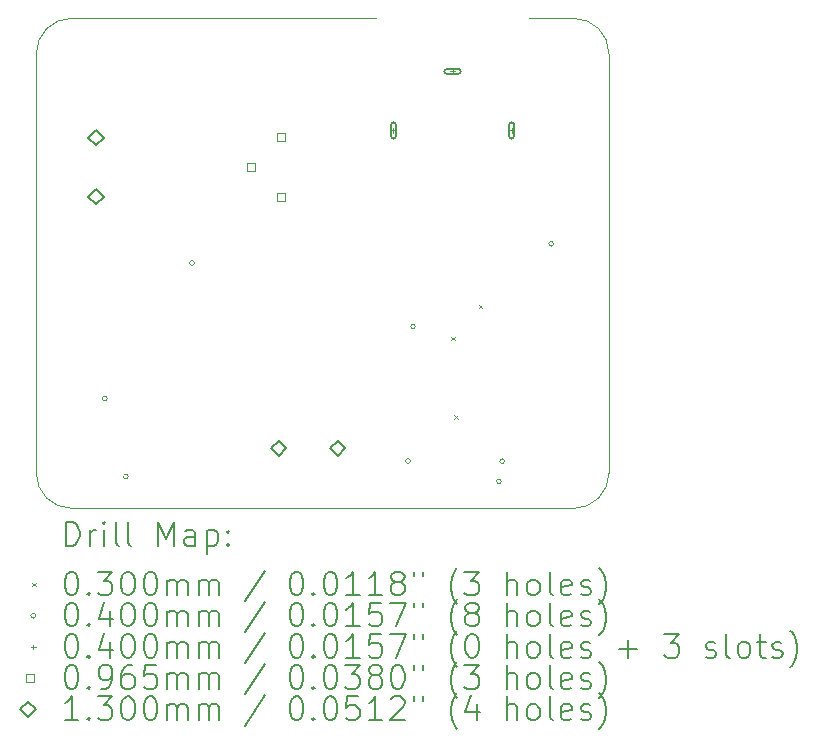
<source format=gbr>
%TF.GenerationSoftware,KiCad,Pcbnew,(6.0.7-1)-1*%
%TF.CreationDate,2022-08-15T15:40:16-06:00*%
%TF.ProjectId,led_modulator,6c65645f-6d6f-4647-956c-61746f722e6b,rev?*%
%TF.SameCoordinates,Original*%
%TF.FileFunction,Drillmap*%
%TF.FilePolarity,Positive*%
%FSLAX45Y45*%
G04 Gerber Fmt 4.5, Leading zero omitted, Abs format (unit mm)*
G04 Created by KiCad (PCBNEW (6.0.7-1)-1) date 2022-08-15 15:40:16*
%MOMM*%
%LPD*%
G01*
G04 APERTURE LIST*
%ADD10C,0.100000*%
%ADD11C,0.200000*%
%ADD12C,0.030000*%
%ADD13C,0.040000*%
%ADD14C,0.096520*%
%ADD15C,0.130000*%
G04 APERTURE END LIST*
D10*
X16050000Y-10900000D02*
G75*
G03*
X15750000Y-10600000I-300000J0D01*
G01*
X11200000Y-14450000D02*
G75*
G03*
X11500000Y-14750000I300000J0D01*
G01*
X11500000Y-10600000D02*
X14075000Y-10600000D01*
X11500000Y-10600000D02*
G75*
G03*
X11200000Y-10900000I0J-300000D01*
G01*
X15750000Y-14750000D02*
G75*
G03*
X16050000Y-14450000I0J300000D01*
G01*
X16050000Y-10900000D02*
X16050000Y-14450000D01*
X11200000Y-14450000D02*
X11200000Y-10900000D01*
X15750000Y-14750000D02*
X11500000Y-14750000D01*
X15375000Y-10600000D02*
X15750000Y-10600000D01*
D11*
D12*
X14714812Y-13295307D02*
X14744812Y-13325307D01*
X14744812Y-13295307D02*
X14714812Y-13325307D01*
X14740000Y-13960000D02*
X14770000Y-13990000D01*
X14770000Y-13960000D02*
X14740000Y-13990000D01*
X14947500Y-13025000D02*
X14977500Y-13055000D01*
X14977500Y-13025000D02*
X14947500Y-13055000D01*
D13*
X11800000Y-13820000D02*
G75*
G03*
X11800000Y-13820000I-20000J0D01*
G01*
X11980000Y-14480000D02*
G75*
G03*
X11980000Y-14480000I-20000J0D01*
G01*
X12540000Y-12672000D02*
G75*
G03*
X12540000Y-12672000I-20000J0D01*
G01*
X14367000Y-14349000D02*
G75*
G03*
X14367000Y-14349000I-20000J0D01*
G01*
X14410000Y-13210000D02*
G75*
G03*
X14410000Y-13210000I-20000J0D01*
G01*
X15137500Y-14520000D02*
G75*
G03*
X15137500Y-14520000I-20000J0D01*
G01*
X15165000Y-14350000D02*
G75*
G03*
X15165000Y-14350000I-20000J0D01*
G01*
X15580000Y-12510000D02*
G75*
G03*
X15580000Y-12510000I-20000J0D01*
G01*
X14225000Y-11530000D02*
X14225000Y-11570000D01*
X14205000Y-11550000D02*
X14245000Y-11550000D01*
D11*
X14205000Y-11500000D02*
X14205000Y-11600000D01*
X14245000Y-11500000D02*
X14245000Y-11600000D01*
X14205000Y-11600000D02*
G75*
G03*
X14245000Y-11600000I20000J0D01*
G01*
X14245000Y-11500000D02*
G75*
G03*
X14205000Y-11500000I-20000J0D01*
G01*
D13*
X14725000Y-11030000D02*
X14725000Y-11070000D01*
X14705000Y-11050000D02*
X14745000Y-11050000D01*
D11*
X14775000Y-11030000D02*
X14675000Y-11030000D01*
X14775000Y-11070000D02*
X14675000Y-11070000D01*
X14675000Y-11030000D02*
G75*
G03*
X14675000Y-11070000I0J-20000D01*
G01*
X14775000Y-11070000D02*
G75*
G03*
X14775000Y-11030000I0J20000D01*
G01*
D13*
X15225000Y-11530000D02*
X15225000Y-11570000D01*
X15205000Y-11550000D02*
X15245000Y-11550000D01*
D11*
X15245000Y-11600000D02*
X15245000Y-11500000D01*
X15205000Y-11600000D02*
X15205000Y-11500000D01*
X15245000Y-11500000D02*
G75*
G03*
X15205000Y-11500000I-20000J0D01*
G01*
X15205000Y-11600000D02*
G75*
G03*
X15245000Y-11600000I20000J0D01*
G01*
D14*
X13055125Y-11895625D02*
X13055125Y-11827375D01*
X12986875Y-11827375D01*
X12986875Y-11895625D01*
X13055125Y-11895625D01*
X13309125Y-11641625D02*
X13309125Y-11573375D01*
X13240875Y-11573375D01*
X13240875Y-11641625D01*
X13309125Y-11641625D01*
X13309125Y-12149625D02*
X13309125Y-12081375D01*
X13240875Y-12081375D01*
X13240875Y-12149625D01*
X13309125Y-12149625D01*
D15*
X11707500Y-11676500D02*
X11772500Y-11611500D01*
X11707500Y-11546500D01*
X11642500Y-11611500D01*
X11707500Y-11676500D01*
X11707500Y-12176500D02*
X11772500Y-12111500D01*
X11707500Y-12046500D01*
X11642500Y-12111500D01*
X11707500Y-12176500D01*
X13253000Y-14307500D02*
X13318000Y-14242500D01*
X13253000Y-14177500D01*
X13188000Y-14242500D01*
X13253000Y-14307500D01*
X13753000Y-14307500D02*
X13818000Y-14242500D01*
X13753000Y-14177500D01*
X13688000Y-14242500D01*
X13753000Y-14307500D01*
D11*
X11452619Y-15065476D02*
X11452619Y-14865476D01*
X11500238Y-14865476D01*
X11528809Y-14875000D01*
X11547857Y-14894048D01*
X11557381Y-14913095D01*
X11566905Y-14951190D01*
X11566905Y-14979762D01*
X11557381Y-15017857D01*
X11547857Y-15036905D01*
X11528809Y-15055952D01*
X11500238Y-15065476D01*
X11452619Y-15065476D01*
X11652619Y-15065476D02*
X11652619Y-14932143D01*
X11652619Y-14970238D02*
X11662143Y-14951190D01*
X11671667Y-14941667D01*
X11690714Y-14932143D01*
X11709762Y-14932143D01*
X11776428Y-15065476D02*
X11776428Y-14932143D01*
X11776428Y-14865476D02*
X11766905Y-14875000D01*
X11776428Y-14884524D01*
X11785952Y-14875000D01*
X11776428Y-14865476D01*
X11776428Y-14884524D01*
X11900238Y-15065476D02*
X11881190Y-15055952D01*
X11871667Y-15036905D01*
X11871667Y-14865476D01*
X12005000Y-15065476D02*
X11985952Y-15055952D01*
X11976428Y-15036905D01*
X11976428Y-14865476D01*
X12233571Y-15065476D02*
X12233571Y-14865476D01*
X12300238Y-15008333D01*
X12366905Y-14865476D01*
X12366905Y-15065476D01*
X12547857Y-15065476D02*
X12547857Y-14960714D01*
X12538333Y-14941667D01*
X12519286Y-14932143D01*
X12481190Y-14932143D01*
X12462143Y-14941667D01*
X12547857Y-15055952D02*
X12528809Y-15065476D01*
X12481190Y-15065476D01*
X12462143Y-15055952D01*
X12452619Y-15036905D01*
X12452619Y-15017857D01*
X12462143Y-14998809D01*
X12481190Y-14989286D01*
X12528809Y-14989286D01*
X12547857Y-14979762D01*
X12643095Y-14932143D02*
X12643095Y-15132143D01*
X12643095Y-14941667D02*
X12662143Y-14932143D01*
X12700238Y-14932143D01*
X12719286Y-14941667D01*
X12728809Y-14951190D01*
X12738333Y-14970238D01*
X12738333Y-15027381D01*
X12728809Y-15046428D01*
X12719286Y-15055952D01*
X12700238Y-15065476D01*
X12662143Y-15065476D01*
X12643095Y-15055952D01*
X12824048Y-15046428D02*
X12833571Y-15055952D01*
X12824048Y-15065476D01*
X12814524Y-15055952D01*
X12824048Y-15046428D01*
X12824048Y-15065476D01*
X12824048Y-14941667D02*
X12833571Y-14951190D01*
X12824048Y-14960714D01*
X12814524Y-14951190D01*
X12824048Y-14941667D01*
X12824048Y-14960714D01*
D12*
X11165000Y-15380000D02*
X11195000Y-15410000D01*
X11195000Y-15380000D02*
X11165000Y-15410000D01*
D11*
X11490714Y-15285476D02*
X11509762Y-15285476D01*
X11528809Y-15295000D01*
X11538333Y-15304524D01*
X11547857Y-15323571D01*
X11557381Y-15361667D01*
X11557381Y-15409286D01*
X11547857Y-15447381D01*
X11538333Y-15466428D01*
X11528809Y-15475952D01*
X11509762Y-15485476D01*
X11490714Y-15485476D01*
X11471667Y-15475952D01*
X11462143Y-15466428D01*
X11452619Y-15447381D01*
X11443095Y-15409286D01*
X11443095Y-15361667D01*
X11452619Y-15323571D01*
X11462143Y-15304524D01*
X11471667Y-15295000D01*
X11490714Y-15285476D01*
X11643095Y-15466428D02*
X11652619Y-15475952D01*
X11643095Y-15485476D01*
X11633571Y-15475952D01*
X11643095Y-15466428D01*
X11643095Y-15485476D01*
X11719286Y-15285476D02*
X11843095Y-15285476D01*
X11776428Y-15361667D01*
X11805000Y-15361667D01*
X11824048Y-15371190D01*
X11833571Y-15380714D01*
X11843095Y-15399762D01*
X11843095Y-15447381D01*
X11833571Y-15466428D01*
X11824048Y-15475952D01*
X11805000Y-15485476D01*
X11747857Y-15485476D01*
X11728809Y-15475952D01*
X11719286Y-15466428D01*
X11966905Y-15285476D02*
X11985952Y-15285476D01*
X12005000Y-15295000D01*
X12014524Y-15304524D01*
X12024048Y-15323571D01*
X12033571Y-15361667D01*
X12033571Y-15409286D01*
X12024048Y-15447381D01*
X12014524Y-15466428D01*
X12005000Y-15475952D01*
X11985952Y-15485476D01*
X11966905Y-15485476D01*
X11947857Y-15475952D01*
X11938333Y-15466428D01*
X11928809Y-15447381D01*
X11919286Y-15409286D01*
X11919286Y-15361667D01*
X11928809Y-15323571D01*
X11938333Y-15304524D01*
X11947857Y-15295000D01*
X11966905Y-15285476D01*
X12157381Y-15285476D02*
X12176428Y-15285476D01*
X12195476Y-15295000D01*
X12205000Y-15304524D01*
X12214524Y-15323571D01*
X12224048Y-15361667D01*
X12224048Y-15409286D01*
X12214524Y-15447381D01*
X12205000Y-15466428D01*
X12195476Y-15475952D01*
X12176428Y-15485476D01*
X12157381Y-15485476D01*
X12138333Y-15475952D01*
X12128809Y-15466428D01*
X12119286Y-15447381D01*
X12109762Y-15409286D01*
X12109762Y-15361667D01*
X12119286Y-15323571D01*
X12128809Y-15304524D01*
X12138333Y-15295000D01*
X12157381Y-15285476D01*
X12309762Y-15485476D02*
X12309762Y-15352143D01*
X12309762Y-15371190D02*
X12319286Y-15361667D01*
X12338333Y-15352143D01*
X12366905Y-15352143D01*
X12385952Y-15361667D01*
X12395476Y-15380714D01*
X12395476Y-15485476D01*
X12395476Y-15380714D02*
X12405000Y-15361667D01*
X12424048Y-15352143D01*
X12452619Y-15352143D01*
X12471667Y-15361667D01*
X12481190Y-15380714D01*
X12481190Y-15485476D01*
X12576428Y-15485476D02*
X12576428Y-15352143D01*
X12576428Y-15371190D02*
X12585952Y-15361667D01*
X12605000Y-15352143D01*
X12633571Y-15352143D01*
X12652619Y-15361667D01*
X12662143Y-15380714D01*
X12662143Y-15485476D01*
X12662143Y-15380714D02*
X12671667Y-15361667D01*
X12690714Y-15352143D01*
X12719286Y-15352143D01*
X12738333Y-15361667D01*
X12747857Y-15380714D01*
X12747857Y-15485476D01*
X13138333Y-15275952D02*
X12966905Y-15533095D01*
X13395476Y-15285476D02*
X13414524Y-15285476D01*
X13433571Y-15295000D01*
X13443095Y-15304524D01*
X13452619Y-15323571D01*
X13462143Y-15361667D01*
X13462143Y-15409286D01*
X13452619Y-15447381D01*
X13443095Y-15466428D01*
X13433571Y-15475952D01*
X13414524Y-15485476D01*
X13395476Y-15485476D01*
X13376428Y-15475952D01*
X13366905Y-15466428D01*
X13357381Y-15447381D01*
X13347857Y-15409286D01*
X13347857Y-15361667D01*
X13357381Y-15323571D01*
X13366905Y-15304524D01*
X13376428Y-15295000D01*
X13395476Y-15285476D01*
X13547857Y-15466428D02*
X13557381Y-15475952D01*
X13547857Y-15485476D01*
X13538333Y-15475952D01*
X13547857Y-15466428D01*
X13547857Y-15485476D01*
X13681190Y-15285476D02*
X13700238Y-15285476D01*
X13719286Y-15295000D01*
X13728809Y-15304524D01*
X13738333Y-15323571D01*
X13747857Y-15361667D01*
X13747857Y-15409286D01*
X13738333Y-15447381D01*
X13728809Y-15466428D01*
X13719286Y-15475952D01*
X13700238Y-15485476D01*
X13681190Y-15485476D01*
X13662143Y-15475952D01*
X13652619Y-15466428D01*
X13643095Y-15447381D01*
X13633571Y-15409286D01*
X13633571Y-15361667D01*
X13643095Y-15323571D01*
X13652619Y-15304524D01*
X13662143Y-15295000D01*
X13681190Y-15285476D01*
X13938333Y-15485476D02*
X13824048Y-15485476D01*
X13881190Y-15485476D02*
X13881190Y-15285476D01*
X13862143Y-15314048D01*
X13843095Y-15333095D01*
X13824048Y-15342619D01*
X14128809Y-15485476D02*
X14014524Y-15485476D01*
X14071667Y-15485476D02*
X14071667Y-15285476D01*
X14052619Y-15314048D01*
X14033571Y-15333095D01*
X14014524Y-15342619D01*
X14243095Y-15371190D02*
X14224048Y-15361667D01*
X14214524Y-15352143D01*
X14205000Y-15333095D01*
X14205000Y-15323571D01*
X14214524Y-15304524D01*
X14224048Y-15295000D01*
X14243095Y-15285476D01*
X14281190Y-15285476D01*
X14300238Y-15295000D01*
X14309762Y-15304524D01*
X14319286Y-15323571D01*
X14319286Y-15333095D01*
X14309762Y-15352143D01*
X14300238Y-15361667D01*
X14281190Y-15371190D01*
X14243095Y-15371190D01*
X14224048Y-15380714D01*
X14214524Y-15390238D01*
X14205000Y-15409286D01*
X14205000Y-15447381D01*
X14214524Y-15466428D01*
X14224048Y-15475952D01*
X14243095Y-15485476D01*
X14281190Y-15485476D01*
X14300238Y-15475952D01*
X14309762Y-15466428D01*
X14319286Y-15447381D01*
X14319286Y-15409286D01*
X14309762Y-15390238D01*
X14300238Y-15380714D01*
X14281190Y-15371190D01*
X14395476Y-15285476D02*
X14395476Y-15323571D01*
X14471667Y-15285476D02*
X14471667Y-15323571D01*
X14766905Y-15561667D02*
X14757381Y-15552143D01*
X14738333Y-15523571D01*
X14728809Y-15504524D01*
X14719286Y-15475952D01*
X14709762Y-15428333D01*
X14709762Y-15390238D01*
X14719286Y-15342619D01*
X14728809Y-15314048D01*
X14738333Y-15295000D01*
X14757381Y-15266428D01*
X14766905Y-15256905D01*
X14824048Y-15285476D02*
X14947857Y-15285476D01*
X14881190Y-15361667D01*
X14909762Y-15361667D01*
X14928809Y-15371190D01*
X14938333Y-15380714D01*
X14947857Y-15399762D01*
X14947857Y-15447381D01*
X14938333Y-15466428D01*
X14928809Y-15475952D01*
X14909762Y-15485476D01*
X14852619Y-15485476D01*
X14833571Y-15475952D01*
X14824048Y-15466428D01*
X15185952Y-15485476D02*
X15185952Y-15285476D01*
X15271667Y-15485476D02*
X15271667Y-15380714D01*
X15262143Y-15361667D01*
X15243095Y-15352143D01*
X15214524Y-15352143D01*
X15195476Y-15361667D01*
X15185952Y-15371190D01*
X15395476Y-15485476D02*
X15376428Y-15475952D01*
X15366905Y-15466428D01*
X15357381Y-15447381D01*
X15357381Y-15390238D01*
X15366905Y-15371190D01*
X15376428Y-15361667D01*
X15395476Y-15352143D01*
X15424048Y-15352143D01*
X15443095Y-15361667D01*
X15452619Y-15371190D01*
X15462143Y-15390238D01*
X15462143Y-15447381D01*
X15452619Y-15466428D01*
X15443095Y-15475952D01*
X15424048Y-15485476D01*
X15395476Y-15485476D01*
X15576428Y-15485476D02*
X15557381Y-15475952D01*
X15547857Y-15456905D01*
X15547857Y-15285476D01*
X15728809Y-15475952D02*
X15709762Y-15485476D01*
X15671667Y-15485476D01*
X15652619Y-15475952D01*
X15643095Y-15456905D01*
X15643095Y-15380714D01*
X15652619Y-15361667D01*
X15671667Y-15352143D01*
X15709762Y-15352143D01*
X15728809Y-15361667D01*
X15738333Y-15380714D01*
X15738333Y-15399762D01*
X15643095Y-15418809D01*
X15814524Y-15475952D02*
X15833571Y-15485476D01*
X15871667Y-15485476D01*
X15890714Y-15475952D01*
X15900238Y-15456905D01*
X15900238Y-15447381D01*
X15890714Y-15428333D01*
X15871667Y-15418809D01*
X15843095Y-15418809D01*
X15824048Y-15409286D01*
X15814524Y-15390238D01*
X15814524Y-15380714D01*
X15824048Y-15361667D01*
X15843095Y-15352143D01*
X15871667Y-15352143D01*
X15890714Y-15361667D01*
X15966905Y-15561667D02*
X15976428Y-15552143D01*
X15995476Y-15523571D01*
X16005000Y-15504524D01*
X16014524Y-15475952D01*
X16024048Y-15428333D01*
X16024048Y-15390238D01*
X16014524Y-15342619D01*
X16005000Y-15314048D01*
X15995476Y-15295000D01*
X15976428Y-15266428D01*
X15966905Y-15256905D01*
D13*
X11195000Y-15659000D02*
G75*
G03*
X11195000Y-15659000I-20000J0D01*
G01*
D11*
X11490714Y-15549476D02*
X11509762Y-15549476D01*
X11528809Y-15559000D01*
X11538333Y-15568524D01*
X11547857Y-15587571D01*
X11557381Y-15625667D01*
X11557381Y-15673286D01*
X11547857Y-15711381D01*
X11538333Y-15730428D01*
X11528809Y-15739952D01*
X11509762Y-15749476D01*
X11490714Y-15749476D01*
X11471667Y-15739952D01*
X11462143Y-15730428D01*
X11452619Y-15711381D01*
X11443095Y-15673286D01*
X11443095Y-15625667D01*
X11452619Y-15587571D01*
X11462143Y-15568524D01*
X11471667Y-15559000D01*
X11490714Y-15549476D01*
X11643095Y-15730428D02*
X11652619Y-15739952D01*
X11643095Y-15749476D01*
X11633571Y-15739952D01*
X11643095Y-15730428D01*
X11643095Y-15749476D01*
X11824048Y-15616143D02*
X11824048Y-15749476D01*
X11776428Y-15539952D02*
X11728809Y-15682809D01*
X11852619Y-15682809D01*
X11966905Y-15549476D02*
X11985952Y-15549476D01*
X12005000Y-15559000D01*
X12014524Y-15568524D01*
X12024048Y-15587571D01*
X12033571Y-15625667D01*
X12033571Y-15673286D01*
X12024048Y-15711381D01*
X12014524Y-15730428D01*
X12005000Y-15739952D01*
X11985952Y-15749476D01*
X11966905Y-15749476D01*
X11947857Y-15739952D01*
X11938333Y-15730428D01*
X11928809Y-15711381D01*
X11919286Y-15673286D01*
X11919286Y-15625667D01*
X11928809Y-15587571D01*
X11938333Y-15568524D01*
X11947857Y-15559000D01*
X11966905Y-15549476D01*
X12157381Y-15549476D02*
X12176428Y-15549476D01*
X12195476Y-15559000D01*
X12205000Y-15568524D01*
X12214524Y-15587571D01*
X12224048Y-15625667D01*
X12224048Y-15673286D01*
X12214524Y-15711381D01*
X12205000Y-15730428D01*
X12195476Y-15739952D01*
X12176428Y-15749476D01*
X12157381Y-15749476D01*
X12138333Y-15739952D01*
X12128809Y-15730428D01*
X12119286Y-15711381D01*
X12109762Y-15673286D01*
X12109762Y-15625667D01*
X12119286Y-15587571D01*
X12128809Y-15568524D01*
X12138333Y-15559000D01*
X12157381Y-15549476D01*
X12309762Y-15749476D02*
X12309762Y-15616143D01*
X12309762Y-15635190D02*
X12319286Y-15625667D01*
X12338333Y-15616143D01*
X12366905Y-15616143D01*
X12385952Y-15625667D01*
X12395476Y-15644714D01*
X12395476Y-15749476D01*
X12395476Y-15644714D02*
X12405000Y-15625667D01*
X12424048Y-15616143D01*
X12452619Y-15616143D01*
X12471667Y-15625667D01*
X12481190Y-15644714D01*
X12481190Y-15749476D01*
X12576428Y-15749476D02*
X12576428Y-15616143D01*
X12576428Y-15635190D02*
X12585952Y-15625667D01*
X12605000Y-15616143D01*
X12633571Y-15616143D01*
X12652619Y-15625667D01*
X12662143Y-15644714D01*
X12662143Y-15749476D01*
X12662143Y-15644714D02*
X12671667Y-15625667D01*
X12690714Y-15616143D01*
X12719286Y-15616143D01*
X12738333Y-15625667D01*
X12747857Y-15644714D01*
X12747857Y-15749476D01*
X13138333Y-15539952D02*
X12966905Y-15797095D01*
X13395476Y-15549476D02*
X13414524Y-15549476D01*
X13433571Y-15559000D01*
X13443095Y-15568524D01*
X13452619Y-15587571D01*
X13462143Y-15625667D01*
X13462143Y-15673286D01*
X13452619Y-15711381D01*
X13443095Y-15730428D01*
X13433571Y-15739952D01*
X13414524Y-15749476D01*
X13395476Y-15749476D01*
X13376428Y-15739952D01*
X13366905Y-15730428D01*
X13357381Y-15711381D01*
X13347857Y-15673286D01*
X13347857Y-15625667D01*
X13357381Y-15587571D01*
X13366905Y-15568524D01*
X13376428Y-15559000D01*
X13395476Y-15549476D01*
X13547857Y-15730428D02*
X13557381Y-15739952D01*
X13547857Y-15749476D01*
X13538333Y-15739952D01*
X13547857Y-15730428D01*
X13547857Y-15749476D01*
X13681190Y-15549476D02*
X13700238Y-15549476D01*
X13719286Y-15559000D01*
X13728809Y-15568524D01*
X13738333Y-15587571D01*
X13747857Y-15625667D01*
X13747857Y-15673286D01*
X13738333Y-15711381D01*
X13728809Y-15730428D01*
X13719286Y-15739952D01*
X13700238Y-15749476D01*
X13681190Y-15749476D01*
X13662143Y-15739952D01*
X13652619Y-15730428D01*
X13643095Y-15711381D01*
X13633571Y-15673286D01*
X13633571Y-15625667D01*
X13643095Y-15587571D01*
X13652619Y-15568524D01*
X13662143Y-15559000D01*
X13681190Y-15549476D01*
X13938333Y-15749476D02*
X13824048Y-15749476D01*
X13881190Y-15749476D02*
X13881190Y-15549476D01*
X13862143Y-15578048D01*
X13843095Y-15597095D01*
X13824048Y-15606619D01*
X14119286Y-15549476D02*
X14024048Y-15549476D01*
X14014524Y-15644714D01*
X14024048Y-15635190D01*
X14043095Y-15625667D01*
X14090714Y-15625667D01*
X14109762Y-15635190D01*
X14119286Y-15644714D01*
X14128809Y-15663762D01*
X14128809Y-15711381D01*
X14119286Y-15730428D01*
X14109762Y-15739952D01*
X14090714Y-15749476D01*
X14043095Y-15749476D01*
X14024048Y-15739952D01*
X14014524Y-15730428D01*
X14195476Y-15549476D02*
X14328809Y-15549476D01*
X14243095Y-15749476D01*
X14395476Y-15549476D02*
X14395476Y-15587571D01*
X14471667Y-15549476D02*
X14471667Y-15587571D01*
X14766905Y-15825667D02*
X14757381Y-15816143D01*
X14738333Y-15787571D01*
X14728809Y-15768524D01*
X14719286Y-15739952D01*
X14709762Y-15692333D01*
X14709762Y-15654238D01*
X14719286Y-15606619D01*
X14728809Y-15578048D01*
X14738333Y-15559000D01*
X14757381Y-15530428D01*
X14766905Y-15520905D01*
X14871667Y-15635190D02*
X14852619Y-15625667D01*
X14843095Y-15616143D01*
X14833571Y-15597095D01*
X14833571Y-15587571D01*
X14843095Y-15568524D01*
X14852619Y-15559000D01*
X14871667Y-15549476D01*
X14909762Y-15549476D01*
X14928809Y-15559000D01*
X14938333Y-15568524D01*
X14947857Y-15587571D01*
X14947857Y-15597095D01*
X14938333Y-15616143D01*
X14928809Y-15625667D01*
X14909762Y-15635190D01*
X14871667Y-15635190D01*
X14852619Y-15644714D01*
X14843095Y-15654238D01*
X14833571Y-15673286D01*
X14833571Y-15711381D01*
X14843095Y-15730428D01*
X14852619Y-15739952D01*
X14871667Y-15749476D01*
X14909762Y-15749476D01*
X14928809Y-15739952D01*
X14938333Y-15730428D01*
X14947857Y-15711381D01*
X14947857Y-15673286D01*
X14938333Y-15654238D01*
X14928809Y-15644714D01*
X14909762Y-15635190D01*
X15185952Y-15749476D02*
X15185952Y-15549476D01*
X15271667Y-15749476D02*
X15271667Y-15644714D01*
X15262143Y-15625667D01*
X15243095Y-15616143D01*
X15214524Y-15616143D01*
X15195476Y-15625667D01*
X15185952Y-15635190D01*
X15395476Y-15749476D02*
X15376428Y-15739952D01*
X15366905Y-15730428D01*
X15357381Y-15711381D01*
X15357381Y-15654238D01*
X15366905Y-15635190D01*
X15376428Y-15625667D01*
X15395476Y-15616143D01*
X15424048Y-15616143D01*
X15443095Y-15625667D01*
X15452619Y-15635190D01*
X15462143Y-15654238D01*
X15462143Y-15711381D01*
X15452619Y-15730428D01*
X15443095Y-15739952D01*
X15424048Y-15749476D01*
X15395476Y-15749476D01*
X15576428Y-15749476D02*
X15557381Y-15739952D01*
X15547857Y-15720905D01*
X15547857Y-15549476D01*
X15728809Y-15739952D02*
X15709762Y-15749476D01*
X15671667Y-15749476D01*
X15652619Y-15739952D01*
X15643095Y-15720905D01*
X15643095Y-15644714D01*
X15652619Y-15625667D01*
X15671667Y-15616143D01*
X15709762Y-15616143D01*
X15728809Y-15625667D01*
X15738333Y-15644714D01*
X15738333Y-15663762D01*
X15643095Y-15682809D01*
X15814524Y-15739952D02*
X15833571Y-15749476D01*
X15871667Y-15749476D01*
X15890714Y-15739952D01*
X15900238Y-15720905D01*
X15900238Y-15711381D01*
X15890714Y-15692333D01*
X15871667Y-15682809D01*
X15843095Y-15682809D01*
X15824048Y-15673286D01*
X15814524Y-15654238D01*
X15814524Y-15644714D01*
X15824048Y-15625667D01*
X15843095Y-15616143D01*
X15871667Y-15616143D01*
X15890714Y-15625667D01*
X15966905Y-15825667D02*
X15976428Y-15816143D01*
X15995476Y-15787571D01*
X16005000Y-15768524D01*
X16014524Y-15739952D01*
X16024048Y-15692333D01*
X16024048Y-15654238D01*
X16014524Y-15606619D01*
X16005000Y-15578048D01*
X15995476Y-15559000D01*
X15976428Y-15530428D01*
X15966905Y-15520905D01*
D13*
X11175000Y-15903000D02*
X11175000Y-15943000D01*
X11155000Y-15923000D02*
X11195000Y-15923000D01*
D11*
X11490714Y-15813476D02*
X11509762Y-15813476D01*
X11528809Y-15823000D01*
X11538333Y-15832524D01*
X11547857Y-15851571D01*
X11557381Y-15889667D01*
X11557381Y-15937286D01*
X11547857Y-15975381D01*
X11538333Y-15994428D01*
X11528809Y-16003952D01*
X11509762Y-16013476D01*
X11490714Y-16013476D01*
X11471667Y-16003952D01*
X11462143Y-15994428D01*
X11452619Y-15975381D01*
X11443095Y-15937286D01*
X11443095Y-15889667D01*
X11452619Y-15851571D01*
X11462143Y-15832524D01*
X11471667Y-15823000D01*
X11490714Y-15813476D01*
X11643095Y-15994428D02*
X11652619Y-16003952D01*
X11643095Y-16013476D01*
X11633571Y-16003952D01*
X11643095Y-15994428D01*
X11643095Y-16013476D01*
X11824048Y-15880143D02*
X11824048Y-16013476D01*
X11776428Y-15803952D02*
X11728809Y-15946809D01*
X11852619Y-15946809D01*
X11966905Y-15813476D02*
X11985952Y-15813476D01*
X12005000Y-15823000D01*
X12014524Y-15832524D01*
X12024048Y-15851571D01*
X12033571Y-15889667D01*
X12033571Y-15937286D01*
X12024048Y-15975381D01*
X12014524Y-15994428D01*
X12005000Y-16003952D01*
X11985952Y-16013476D01*
X11966905Y-16013476D01*
X11947857Y-16003952D01*
X11938333Y-15994428D01*
X11928809Y-15975381D01*
X11919286Y-15937286D01*
X11919286Y-15889667D01*
X11928809Y-15851571D01*
X11938333Y-15832524D01*
X11947857Y-15823000D01*
X11966905Y-15813476D01*
X12157381Y-15813476D02*
X12176428Y-15813476D01*
X12195476Y-15823000D01*
X12205000Y-15832524D01*
X12214524Y-15851571D01*
X12224048Y-15889667D01*
X12224048Y-15937286D01*
X12214524Y-15975381D01*
X12205000Y-15994428D01*
X12195476Y-16003952D01*
X12176428Y-16013476D01*
X12157381Y-16013476D01*
X12138333Y-16003952D01*
X12128809Y-15994428D01*
X12119286Y-15975381D01*
X12109762Y-15937286D01*
X12109762Y-15889667D01*
X12119286Y-15851571D01*
X12128809Y-15832524D01*
X12138333Y-15823000D01*
X12157381Y-15813476D01*
X12309762Y-16013476D02*
X12309762Y-15880143D01*
X12309762Y-15899190D02*
X12319286Y-15889667D01*
X12338333Y-15880143D01*
X12366905Y-15880143D01*
X12385952Y-15889667D01*
X12395476Y-15908714D01*
X12395476Y-16013476D01*
X12395476Y-15908714D02*
X12405000Y-15889667D01*
X12424048Y-15880143D01*
X12452619Y-15880143D01*
X12471667Y-15889667D01*
X12481190Y-15908714D01*
X12481190Y-16013476D01*
X12576428Y-16013476D02*
X12576428Y-15880143D01*
X12576428Y-15899190D02*
X12585952Y-15889667D01*
X12605000Y-15880143D01*
X12633571Y-15880143D01*
X12652619Y-15889667D01*
X12662143Y-15908714D01*
X12662143Y-16013476D01*
X12662143Y-15908714D02*
X12671667Y-15889667D01*
X12690714Y-15880143D01*
X12719286Y-15880143D01*
X12738333Y-15889667D01*
X12747857Y-15908714D01*
X12747857Y-16013476D01*
X13138333Y-15803952D02*
X12966905Y-16061095D01*
X13395476Y-15813476D02*
X13414524Y-15813476D01*
X13433571Y-15823000D01*
X13443095Y-15832524D01*
X13452619Y-15851571D01*
X13462143Y-15889667D01*
X13462143Y-15937286D01*
X13452619Y-15975381D01*
X13443095Y-15994428D01*
X13433571Y-16003952D01*
X13414524Y-16013476D01*
X13395476Y-16013476D01*
X13376428Y-16003952D01*
X13366905Y-15994428D01*
X13357381Y-15975381D01*
X13347857Y-15937286D01*
X13347857Y-15889667D01*
X13357381Y-15851571D01*
X13366905Y-15832524D01*
X13376428Y-15823000D01*
X13395476Y-15813476D01*
X13547857Y-15994428D02*
X13557381Y-16003952D01*
X13547857Y-16013476D01*
X13538333Y-16003952D01*
X13547857Y-15994428D01*
X13547857Y-16013476D01*
X13681190Y-15813476D02*
X13700238Y-15813476D01*
X13719286Y-15823000D01*
X13728809Y-15832524D01*
X13738333Y-15851571D01*
X13747857Y-15889667D01*
X13747857Y-15937286D01*
X13738333Y-15975381D01*
X13728809Y-15994428D01*
X13719286Y-16003952D01*
X13700238Y-16013476D01*
X13681190Y-16013476D01*
X13662143Y-16003952D01*
X13652619Y-15994428D01*
X13643095Y-15975381D01*
X13633571Y-15937286D01*
X13633571Y-15889667D01*
X13643095Y-15851571D01*
X13652619Y-15832524D01*
X13662143Y-15823000D01*
X13681190Y-15813476D01*
X13938333Y-16013476D02*
X13824048Y-16013476D01*
X13881190Y-16013476D02*
X13881190Y-15813476D01*
X13862143Y-15842048D01*
X13843095Y-15861095D01*
X13824048Y-15870619D01*
X14119286Y-15813476D02*
X14024048Y-15813476D01*
X14014524Y-15908714D01*
X14024048Y-15899190D01*
X14043095Y-15889667D01*
X14090714Y-15889667D01*
X14109762Y-15899190D01*
X14119286Y-15908714D01*
X14128809Y-15927762D01*
X14128809Y-15975381D01*
X14119286Y-15994428D01*
X14109762Y-16003952D01*
X14090714Y-16013476D01*
X14043095Y-16013476D01*
X14024048Y-16003952D01*
X14014524Y-15994428D01*
X14195476Y-15813476D02*
X14328809Y-15813476D01*
X14243095Y-16013476D01*
X14395476Y-15813476D02*
X14395476Y-15851571D01*
X14471667Y-15813476D02*
X14471667Y-15851571D01*
X14766905Y-16089667D02*
X14757381Y-16080143D01*
X14738333Y-16051571D01*
X14728809Y-16032524D01*
X14719286Y-16003952D01*
X14709762Y-15956333D01*
X14709762Y-15918238D01*
X14719286Y-15870619D01*
X14728809Y-15842048D01*
X14738333Y-15823000D01*
X14757381Y-15794428D01*
X14766905Y-15784905D01*
X14881190Y-15813476D02*
X14900238Y-15813476D01*
X14919286Y-15823000D01*
X14928809Y-15832524D01*
X14938333Y-15851571D01*
X14947857Y-15889667D01*
X14947857Y-15937286D01*
X14938333Y-15975381D01*
X14928809Y-15994428D01*
X14919286Y-16003952D01*
X14900238Y-16013476D01*
X14881190Y-16013476D01*
X14862143Y-16003952D01*
X14852619Y-15994428D01*
X14843095Y-15975381D01*
X14833571Y-15937286D01*
X14833571Y-15889667D01*
X14843095Y-15851571D01*
X14852619Y-15832524D01*
X14862143Y-15823000D01*
X14881190Y-15813476D01*
X15185952Y-16013476D02*
X15185952Y-15813476D01*
X15271667Y-16013476D02*
X15271667Y-15908714D01*
X15262143Y-15889667D01*
X15243095Y-15880143D01*
X15214524Y-15880143D01*
X15195476Y-15889667D01*
X15185952Y-15899190D01*
X15395476Y-16013476D02*
X15376428Y-16003952D01*
X15366905Y-15994428D01*
X15357381Y-15975381D01*
X15357381Y-15918238D01*
X15366905Y-15899190D01*
X15376428Y-15889667D01*
X15395476Y-15880143D01*
X15424048Y-15880143D01*
X15443095Y-15889667D01*
X15452619Y-15899190D01*
X15462143Y-15918238D01*
X15462143Y-15975381D01*
X15452619Y-15994428D01*
X15443095Y-16003952D01*
X15424048Y-16013476D01*
X15395476Y-16013476D01*
X15576428Y-16013476D02*
X15557381Y-16003952D01*
X15547857Y-15984905D01*
X15547857Y-15813476D01*
X15728809Y-16003952D02*
X15709762Y-16013476D01*
X15671667Y-16013476D01*
X15652619Y-16003952D01*
X15643095Y-15984905D01*
X15643095Y-15908714D01*
X15652619Y-15889667D01*
X15671667Y-15880143D01*
X15709762Y-15880143D01*
X15728809Y-15889667D01*
X15738333Y-15908714D01*
X15738333Y-15927762D01*
X15643095Y-15946809D01*
X15814524Y-16003952D02*
X15833571Y-16013476D01*
X15871667Y-16013476D01*
X15890714Y-16003952D01*
X15900238Y-15984905D01*
X15900238Y-15975381D01*
X15890714Y-15956333D01*
X15871667Y-15946809D01*
X15843095Y-15946809D01*
X15824048Y-15937286D01*
X15814524Y-15918238D01*
X15814524Y-15908714D01*
X15824048Y-15889667D01*
X15843095Y-15880143D01*
X15871667Y-15880143D01*
X15890714Y-15889667D01*
X16138333Y-15937286D02*
X16290714Y-15937286D01*
X16214524Y-16013476D02*
X16214524Y-15861095D01*
X16519286Y-15813476D02*
X16643095Y-15813476D01*
X16576428Y-15889667D01*
X16605000Y-15889667D01*
X16624048Y-15899190D01*
X16633571Y-15908714D01*
X16643095Y-15927762D01*
X16643095Y-15975381D01*
X16633571Y-15994428D01*
X16624048Y-16003952D01*
X16605000Y-16013476D01*
X16547857Y-16013476D01*
X16528809Y-16003952D01*
X16519286Y-15994428D01*
X16871667Y-16003952D02*
X16890714Y-16013476D01*
X16928810Y-16013476D01*
X16947857Y-16003952D01*
X16957381Y-15984905D01*
X16957381Y-15975381D01*
X16947857Y-15956333D01*
X16928810Y-15946809D01*
X16900238Y-15946809D01*
X16881190Y-15937286D01*
X16871667Y-15918238D01*
X16871667Y-15908714D01*
X16881190Y-15889667D01*
X16900238Y-15880143D01*
X16928810Y-15880143D01*
X16947857Y-15889667D01*
X17071667Y-16013476D02*
X17052619Y-16003952D01*
X17043095Y-15984905D01*
X17043095Y-15813476D01*
X17176429Y-16013476D02*
X17157381Y-16003952D01*
X17147857Y-15994428D01*
X17138333Y-15975381D01*
X17138333Y-15918238D01*
X17147857Y-15899190D01*
X17157381Y-15889667D01*
X17176429Y-15880143D01*
X17205000Y-15880143D01*
X17224048Y-15889667D01*
X17233571Y-15899190D01*
X17243095Y-15918238D01*
X17243095Y-15975381D01*
X17233571Y-15994428D01*
X17224048Y-16003952D01*
X17205000Y-16013476D01*
X17176429Y-16013476D01*
X17300238Y-15880143D02*
X17376429Y-15880143D01*
X17328810Y-15813476D02*
X17328810Y-15984905D01*
X17338333Y-16003952D01*
X17357381Y-16013476D01*
X17376429Y-16013476D01*
X17433571Y-16003952D02*
X17452619Y-16013476D01*
X17490714Y-16013476D01*
X17509762Y-16003952D01*
X17519286Y-15984905D01*
X17519286Y-15975381D01*
X17509762Y-15956333D01*
X17490714Y-15946809D01*
X17462143Y-15946809D01*
X17443095Y-15937286D01*
X17433571Y-15918238D01*
X17433571Y-15908714D01*
X17443095Y-15889667D01*
X17462143Y-15880143D01*
X17490714Y-15880143D01*
X17509762Y-15889667D01*
X17585952Y-16089667D02*
X17595476Y-16080143D01*
X17614524Y-16051571D01*
X17624048Y-16032524D01*
X17633571Y-16003952D01*
X17643095Y-15956333D01*
X17643095Y-15918238D01*
X17633571Y-15870619D01*
X17624048Y-15842048D01*
X17614524Y-15823000D01*
X17595476Y-15794428D01*
X17585952Y-15784905D01*
D14*
X11180865Y-16221125D02*
X11180865Y-16152875D01*
X11112615Y-16152875D01*
X11112615Y-16221125D01*
X11180865Y-16221125D01*
D11*
X11490714Y-16077476D02*
X11509762Y-16077476D01*
X11528809Y-16087000D01*
X11538333Y-16096524D01*
X11547857Y-16115571D01*
X11557381Y-16153667D01*
X11557381Y-16201286D01*
X11547857Y-16239381D01*
X11538333Y-16258428D01*
X11528809Y-16267952D01*
X11509762Y-16277476D01*
X11490714Y-16277476D01*
X11471667Y-16267952D01*
X11462143Y-16258428D01*
X11452619Y-16239381D01*
X11443095Y-16201286D01*
X11443095Y-16153667D01*
X11452619Y-16115571D01*
X11462143Y-16096524D01*
X11471667Y-16087000D01*
X11490714Y-16077476D01*
X11643095Y-16258428D02*
X11652619Y-16267952D01*
X11643095Y-16277476D01*
X11633571Y-16267952D01*
X11643095Y-16258428D01*
X11643095Y-16277476D01*
X11747857Y-16277476D02*
X11785952Y-16277476D01*
X11805000Y-16267952D01*
X11814524Y-16258428D01*
X11833571Y-16229857D01*
X11843095Y-16191762D01*
X11843095Y-16115571D01*
X11833571Y-16096524D01*
X11824048Y-16087000D01*
X11805000Y-16077476D01*
X11766905Y-16077476D01*
X11747857Y-16087000D01*
X11738333Y-16096524D01*
X11728809Y-16115571D01*
X11728809Y-16163190D01*
X11738333Y-16182238D01*
X11747857Y-16191762D01*
X11766905Y-16201286D01*
X11805000Y-16201286D01*
X11824048Y-16191762D01*
X11833571Y-16182238D01*
X11843095Y-16163190D01*
X12014524Y-16077476D02*
X11976428Y-16077476D01*
X11957381Y-16087000D01*
X11947857Y-16096524D01*
X11928809Y-16125095D01*
X11919286Y-16163190D01*
X11919286Y-16239381D01*
X11928809Y-16258428D01*
X11938333Y-16267952D01*
X11957381Y-16277476D01*
X11995476Y-16277476D01*
X12014524Y-16267952D01*
X12024048Y-16258428D01*
X12033571Y-16239381D01*
X12033571Y-16191762D01*
X12024048Y-16172714D01*
X12014524Y-16163190D01*
X11995476Y-16153667D01*
X11957381Y-16153667D01*
X11938333Y-16163190D01*
X11928809Y-16172714D01*
X11919286Y-16191762D01*
X12214524Y-16077476D02*
X12119286Y-16077476D01*
X12109762Y-16172714D01*
X12119286Y-16163190D01*
X12138333Y-16153667D01*
X12185952Y-16153667D01*
X12205000Y-16163190D01*
X12214524Y-16172714D01*
X12224048Y-16191762D01*
X12224048Y-16239381D01*
X12214524Y-16258428D01*
X12205000Y-16267952D01*
X12185952Y-16277476D01*
X12138333Y-16277476D01*
X12119286Y-16267952D01*
X12109762Y-16258428D01*
X12309762Y-16277476D02*
X12309762Y-16144143D01*
X12309762Y-16163190D02*
X12319286Y-16153667D01*
X12338333Y-16144143D01*
X12366905Y-16144143D01*
X12385952Y-16153667D01*
X12395476Y-16172714D01*
X12395476Y-16277476D01*
X12395476Y-16172714D02*
X12405000Y-16153667D01*
X12424048Y-16144143D01*
X12452619Y-16144143D01*
X12471667Y-16153667D01*
X12481190Y-16172714D01*
X12481190Y-16277476D01*
X12576428Y-16277476D02*
X12576428Y-16144143D01*
X12576428Y-16163190D02*
X12585952Y-16153667D01*
X12605000Y-16144143D01*
X12633571Y-16144143D01*
X12652619Y-16153667D01*
X12662143Y-16172714D01*
X12662143Y-16277476D01*
X12662143Y-16172714D02*
X12671667Y-16153667D01*
X12690714Y-16144143D01*
X12719286Y-16144143D01*
X12738333Y-16153667D01*
X12747857Y-16172714D01*
X12747857Y-16277476D01*
X13138333Y-16067952D02*
X12966905Y-16325095D01*
X13395476Y-16077476D02*
X13414524Y-16077476D01*
X13433571Y-16087000D01*
X13443095Y-16096524D01*
X13452619Y-16115571D01*
X13462143Y-16153667D01*
X13462143Y-16201286D01*
X13452619Y-16239381D01*
X13443095Y-16258428D01*
X13433571Y-16267952D01*
X13414524Y-16277476D01*
X13395476Y-16277476D01*
X13376428Y-16267952D01*
X13366905Y-16258428D01*
X13357381Y-16239381D01*
X13347857Y-16201286D01*
X13347857Y-16153667D01*
X13357381Y-16115571D01*
X13366905Y-16096524D01*
X13376428Y-16087000D01*
X13395476Y-16077476D01*
X13547857Y-16258428D02*
X13557381Y-16267952D01*
X13547857Y-16277476D01*
X13538333Y-16267952D01*
X13547857Y-16258428D01*
X13547857Y-16277476D01*
X13681190Y-16077476D02*
X13700238Y-16077476D01*
X13719286Y-16087000D01*
X13728809Y-16096524D01*
X13738333Y-16115571D01*
X13747857Y-16153667D01*
X13747857Y-16201286D01*
X13738333Y-16239381D01*
X13728809Y-16258428D01*
X13719286Y-16267952D01*
X13700238Y-16277476D01*
X13681190Y-16277476D01*
X13662143Y-16267952D01*
X13652619Y-16258428D01*
X13643095Y-16239381D01*
X13633571Y-16201286D01*
X13633571Y-16153667D01*
X13643095Y-16115571D01*
X13652619Y-16096524D01*
X13662143Y-16087000D01*
X13681190Y-16077476D01*
X13814524Y-16077476D02*
X13938333Y-16077476D01*
X13871667Y-16153667D01*
X13900238Y-16153667D01*
X13919286Y-16163190D01*
X13928809Y-16172714D01*
X13938333Y-16191762D01*
X13938333Y-16239381D01*
X13928809Y-16258428D01*
X13919286Y-16267952D01*
X13900238Y-16277476D01*
X13843095Y-16277476D01*
X13824048Y-16267952D01*
X13814524Y-16258428D01*
X14052619Y-16163190D02*
X14033571Y-16153667D01*
X14024048Y-16144143D01*
X14014524Y-16125095D01*
X14014524Y-16115571D01*
X14024048Y-16096524D01*
X14033571Y-16087000D01*
X14052619Y-16077476D01*
X14090714Y-16077476D01*
X14109762Y-16087000D01*
X14119286Y-16096524D01*
X14128809Y-16115571D01*
X14128809Y-16125095D01*
X14119286Y-16144143D01*
X14109762Y-16153667D01*
X14090714Y-16163190D01*
X14052619Y-16163190D01*
X14033571Y-16172714D01*
X14024048Y-16182238D01*
X14014524Y-16201286D01*
X14014524Y-16239381D01*
X14024048Y-16258428D01*
X14033571Y-16267952D01*
X14052619Y-16277476D01*
X14090714Y-16277476D01*
X14109762Y-16267952D01*
X14119286Y-16258428D01*
X14128809Y-16239381D01*
X14128809Y-16201286D01*
X14119286Y-16182238D01*
X14109762Y-16172714D01*
X14090714Y-16163190D01*
X14252619Y-16077476D02*
X14271667Y-16077476D01*
X14290714Y-16087000D01*
X14300238Y-16096524D01*
X14309762Y-16115571D01*
X14319286Y-16153667D01*
X14319286Y-16201286D01*
X14309762Y-16239381D01*
X14300238Y-16258428D01*
X14290714Y-16267952D01*
X14271667Y-16277476D01*
X14252619Y-16277476D01*
X14233571Y-16267952D01*
X14224048Y-16258428D01*
X14214524Y-16239381D01*
X14205000Y-16201286D01*
X14205000Y-16153667D01*
X14214524Y-16115571D01*
X14224048Y-16096524D01*
X14233571Y-16087000D01*
X14252619Y-16077476D01*
X14395476Y-16077476D02*
X14395476Y-16115571D01*
X14471667Y-16077476D02*
X14471667Y-16115571D01*
X14766905Y-16353667D02*
X14757381Y-16344143D01*
X14738333Y-16315571D01*
X14728809Y-16296524D01*
X14719286Y-16267952D01*
X14709762Y-16220333D01*
X14709762Y-16182238D01*
X14719286Y-16134619D01*
X14728809Y-16106048D01*
X14738333Y-16087000D01*
X14757381Y-16058428D01*
X14766905Y-16048905D01*
X14824048Y-16077476D02*
X14947857Y-16077476D01*
X14881190Y-16153667D01*
X14909762Y-16153667D01*
X14928809Y-16163190D01*
X14938333Y-16172714D01*
X14947857Y-16191762D01*
X14947857Y-16239381D01*
X14938333Y-16258428D01*
X14928809Y-16267952D01*
X14909762Y-16277476D01*
X14852619Y-16277476D01*
X14833571Y-16267952D01*
X14824048Y-16258428D01*
X15185952Y-16277476D02*
X15185952Y-16077476D01*
X15271667Y-16277476D02*
X15271667Y-16172714D01*
X15262143Y-16153667D01*
X15243095Y-16144143D01*
X15214524Y-16144143D01*
X15195476Y-16153667D01*
X15185952Y-16163190D01*
X15395476Y-16277476D02*
X15376428Y-16267952D01*
X15366905Y-16258428D01*
X15357381Y-16239381D01*
X15357381Y-16182238D01*
X15366905Y-16163190D01*
X15376428Y-16153667D01*
X15395476Y-16144143D01*
X15424048Y-16144143D01*
X15443095Y-16153667D01*
X15452619Y-16163190D01*
X15462143Y-16182238D01*
X15462143Y-16239381D01*
X15452619Y-16258428D01*
X15443095Y-16267952D01*
X15424048Y-16277476D01*
X15395476Y-16277476D01*
X15576428Y-16277476D02*
X15557381Y-16267952D01*
X15547857Y-16248905D01*
X15547857Y-16077476D01*
X15728809Y-16267952D02*
X15709762Y-16277476D01*
X15671667Y-16277476D01*
X15652619Y-16267952D01*
X15643095Y-16248905D01*
X15643095Y-16172714D01*
X15652619Y-16153667D01*
X15671667Y-16144143D01*
X15709762Y-16144143D01*
X15728809Y-16153667D01*
X15738333Y-16172714D01*
X15738333Y-16191762D01*
X15643095Y-16210809D01*
X15814524Y-16267952D02*
X15833571Y-16277476D01*
X15871667Y-16277476D01*
X15890714Y-16267952D01*
X15900238Y-16248905D01*
X15900238Y-16239381D01*
X15890714Y-16220333D01*
X15871667Y-16210809D01*
X15843095Y-16210809D01*
X15824048Y-16201286D01*
X15814524Y-16182238D01*
X15814524Y-16172714D01*
X15824048Y-16153667D01*
X15843095Y-16144143D01*
X15871667Y-16144143D01*
X15890714Y-16153667D01*
X15966905Y-16353667D02*
X15976428Y-16344143D01*
X15995476Y-16315571D01*
X16005000Y-16296524D01*
X16014524Y-16267952D01*
X16024048Y-16220333D01*
X16024048Y-16182238D01*
X16014524Y-16134619D01*
X16005000Y-16106048D01*
X15995476Y-16087000D01*
X15976428Y-16058428D01*
X15966905Y-16048905D01*
D15*
X11130000Y-16516000D02*
X11195000Y-16451000D01*
X11130000Y-16386000D01*
X11065000Y-16451000D01*
X11130000Y-16516000D01*
D11*
X11557381Y-16541476D02*
X11443095Y-16541476D01*
X11500238Y-16541476D02*
X11500238Y-16341476D01*
X11481190Y-16370048D01*
X11462143Y-16389095D01*
X11443095Y-16398619D01*
X11643095Y-16522428D02*
X11652619Y-16531952D01*
X11643095Y-16541476D01*
X11633571Y-16531952D01*
X11643095Y-16522428D01*
X11643095Y-16541476D01*
X11719286Y-16341476D02*
X11843095Y-16341476D01*
X11776428Y-16417667D01*
X11805000Y-16417667D01*
X11824048Y-16427190D01*
X11833571Y-16436714D01*
X11843095Y-16455762D01*
X11843095Y-16503381D01*
X11833571Y-16522428D01*
X11824048Y-16531952D01*
X11805000Y-16541476D01*
X11747857Y-16541476D01*
X11728809Y-16531952D01*
X11719286Y-16522428D01*
X11966905Y-16341476D02*
X11985952Y-16341476D01*
X12005000Y-16351000D01*
X12014524Y-16360524D01*
X12024048Y-16379571D01*
X12033571Y-16417667D01*
X12033571Y-16465286D01*
X12024048Y-16503381D01*
X12014524Y-16522428D01*
X12005000Y-16531952D01*
X11985952Y-16541476D01*
X11966905Y-16541476D01*
X11947857Y-16531952D01*
X11938333Y-16522428D01*
X11928809Y-16503381D01*
X11919286Y-16465286D01*
X11919286Y-16417667D01*
X11928809Y-16379571D01*
X11938333Y-16360524D01*
X11947857Y-16351000D01*
X11966905Y-16341476D01*
X12157381Y-16341476D02*
X12176428Y-16341476D01*
X12195476Y-16351000D01*
X12205000Y-16360524D01*
X12214524Y-16379571D01*
X12224048Y-16417667D01*
X12224048Y-16465286D01*
X12214524Y-16503381D01*
X12205000Y-16522428D01*
X12195476Y-16531952D01*
X12176428Y-16541476D01*
X12157381Y-16541476D01*
X12138333Y-16531952D01*
X12128809Y-16522428D01*
X12119286Y-16503381D01*
X12109762Y-16465286D01*
X12109762Y-16417667D01*
X12119286Y-16379571D01*
X12128809Y-16360524D01*
X12138333Y-16351000D01*
X12157381Y-16341476D01*
X12309762Y-16541476D02*
X12309762Y-16408143D01*
X12309762Y-16427190D02*
X12319286Y-16417667D01*
X12338333Y-16408143D01*
X12366905Y-16408143D01*
X12385952Y-16417667D01*
X12395476Y-16436714D01*
X12395476Y-16541476D01*
X12395476Y-16436714D02*
X12405000Y-16417667D01*
X12424048Y-16408143D01*
X12452619Y-16408143D01*
X12471667Y-16417667D01*
X12481190Y-16436714D01*
X12481190Y-16541476D01*
X12576428Y-16541476D02*
X12576428Y-16408143D01*
X12576428Y-16427190D02*
X12585952Y-16417667D01*
X12605000Y-16408143D01*
X12633571Y-16408143D01*
X12652619Y-16417667D01*
X12662143Y-16436714D01*
X12662143Y-16541476D01*
X12662143Y-16436714D02*
X12671667Y-16417667D01*
X12690714Y-16408143D01*
X12719286Y-16408143D01*
X12738333Y-16417667D01*
X12747857Y-16436714D01*
X12747857Y-16541476D01*
X13138333Y-16331952D02*
X12966905Y-16589095D01*
X13395476Y-16341476D02*
X13414524Y-16341476D01*
X13433571Y-16351000D01*
X13443095Y-16360524D01*
X13452619Y-16379571D01*
X13462143Y-16417667D01*
X13462143Y-16465286D01*
X13452619Y-16503381D01*
X13443095Y-16522428D01*
X13433571Y-16531952D01*
X13414524Y-16541476D01*
X13395476Y-16541476D01*
X13376428Y-16531952D01*
X13366905Y-16522428D01*
X13357381Y-16503381D01*
X13347857Y-16465286D01*
X13347857Y-16417667D01*
X13357381Y-16379571D01*
X13366905Y-16360524D01*
X13376428Y-16351000D01*
X13395476Y-16341476D01*
X13547857Y-16522428D02*
X13557381Y-16531952D01*
X13547857Y-16541476D01*
X13538333Y-16531952D01*
X13547857Y-16522428D01*
X13547857Y-16541476D01*
X13681190Y-16341476D02*
X13700238Y-16341476D01*
X13719286Y-16351000D01*
X13728809Y-16360524D01*
X13738333Y-16379571D01*
X13747857Y-16417667D01*
X13747857Y-16465286D01*
X13738333Y-16503381D01*
X13728809Y-16522428D01*
X13719286Y-16531952D01*
X13700238Y-16541476D01*
X13681190Y-16541476D01*
X13662143Y-16531952D01*
X13652619Y-16522428D01*
X13643095Y-16503381D01*
X13633571Y-16465286D01*
X13633571Y-16417667D01*
X13643095Y-16379571D01*
X13652619Y-16360524D01*
X13662143Y-16351000D01*
X13681190Y-16341476D01*
X13928809Y-16341476D02*
X13833571Y-16341476D01*
X13824048Y-16436714D01*
X13833571Y-16427190D01*
X13852619Y-16417667D01*
X13900238Y-16417667D01*
X13919286Y-16427190D01*
X13928809Y-16436714D01*
X13938333Y-16455762D01*
X13938333Y-16503381D01*
X13928809Y-16522428D01*
X13919286Y-16531952D01*
X13900238Y-16541476D01*
X13852619Y-16541476D01*
X13833571Y-16531952D01*
X13824048Y-16522428D01*
X14128809Y-16541476D02*
X14014524Y-16541476D01*
X14071667Y-16541476D02*
X14071667Y-16341476D01*
X14052619Y-16370048D01*
X14033571Y-16389095D01*
X14014524Y-16398619D01*
X14205000Y-16360524D02*
X14214524Y-16351000D01*
X14233571Y-16341476D01*
X14281190Y-16341476D01*
X14300238Y-16351000D01*
X14309762Y-16360524D01*
X14319286Y-16379571D01*
X14319286Y-16398619D01*
X14309762Y-16427190D01*
X14195476Y-16541476D01*
X14319286Y-16541476D01*
X14395476Y-16341476D02*
X14395476Y-16379571D01*
X14471667Y-16341476D02*
X14471667Y-16379571D01*
X14766905Y-16617667D02*
X14757381Y-16608143D01*
X14738333Y-16579571D01*
X14728809Y-16560524D01*
X14719286Y-16531952D01*
X14709762Y-16484333D01*
X14709762Y-16446238D01*
X14719286Y-16398619D01*
X14728809Y-16370048D01*
X14738333Y-16351000D01*
X14757381Y-16322428D01*
X14766905Y-16312905D01*
X14928809Y-16408143D02*
X14928809Y-16541476D01*
X14881190Y-16331952D02*
X14833571Y-16474809D01*
X14957381Y-16474809D01*
X15185952Y-16541476D02*
X15185952Y-16341476D01*
X15271667Y-16541476D02*
X15271667Y-16436714D01*
X15262143Y-16417667D01*
X15243095Y-16408143D01*
X15214524Y-16408143D01*
X15195476Y-16417667D01*
X15185952Y-16427190D01*
X15395476Y-16541476D02*
X15376428Y-16531952D01*
X15366905Y-16522428D01*
X15357381Y-16503381D01*
X15357381Y-16446238D01*
X15366905Y-16427190D01*
X15376428Y-16417667D01*
X15395476Y-16408143D01*
X15424048Y-16408143D01*
X15443095Y-16417667D01*
X15452619Y-16427190D01*
X15462143Y-16446238D01*
X15462143Y-16503381D01*
X15452619Y-16522428D01*
X15443095Y-16531952D01*
X15424048Y-16541476D01*
X15395476Y-16541476D01*
X15576428Y-16541476D02*
X15557381Y-16531952D01*
X15547857Y-16512905D01*
X15547857Y-16341476D01*
X15728809Y-16531952D02*
X15709762Y-16541476D01*
X15671667Y-16541476D01*
X15652619Y-16531952D01*
X15643095Y-16512905D01*
X15643095Y-16436714D01*
X15652619Y-16417667D01*
X15671667Y-16408143D01*
X15709762Y-16408143D01*
X15728809Y-16417667D01*
X15738333Y-16436714D01*
X15738333Y-16455762D01*
X15643095Y-16474809D01*
X15814524Y-16531952D02*
X15833571Y-16541476D01*
X15871667Y-16541476D01*
X15890714Y-16531952D01*
X15900238Y-16512905D01*
X15900238Y-16503381D01*
X15890714Y-16484333D01*
X15871667Y-16474809D01*
X15843095Y-16474809D01*
X15824048Y-16465286D01*
X15814524Y-16446238D01*
X15814524Y-16436714D01*
X15824048Y-16417667D01*
X15843095Y-16408143D01*
X15871667Y-16408143D01*
X15890714Y-16417667D01*
X15966905Y-16617667D02*
X15976428Y-16608143D01*
X15995476Y-16579571D01*
X16005000Y-16560524D01*
X16014524Y-16531952D01*
X16024048Y-16484333D01*
X16024048Y-16446238D01*
X16014524Y-16398619D01*
X16005000Y-16370048D01*
X15995476Y-16351000D01*
X15976428Y-16322428D01*
X15966905Y-16312905D01*
M02*

</source>
